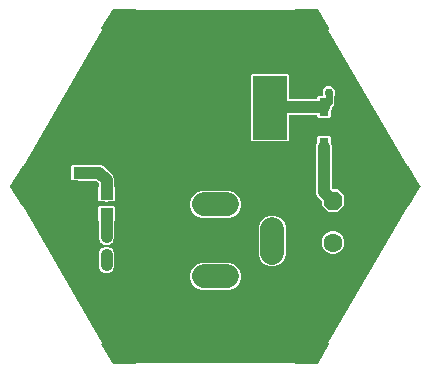
<source format=gbr>
G04 EAGLE Gerber RS-274X export*
G75*
%MOMM*%
%FSLAX34Y34*%
%LPD*%
%INTop Copper*%
%IPPOS*%
%AMOC8*
5,1,8,0,0,1.08239X$1,22.5*%
G01*
%ADD10C,1.000000*%
%ADD11P,1.732040X8X112.500000*%
%ADD12C,1.600200*%
%ADD13R,0.800000X1.600000*%
%ADD14R,2.900000X5.400000*%
%ADD15R,0.800000X0.800000*%
%ADD16R,1.100000X1.000000*%
%ADD17C,2.000000*%
%ADD18C,1.016000*%
%ADD19C,0.304800*%
%ADD20C,0.756400*%
%ADD21C,0.609600*%

G36*
X278630Y195708D02*
X278630Y195708D01*
X278658Y195706D01*
X278726Y195728D01*
X278797Y195742D01*
X278820Y195758D01*
X278847Y195767D01*
X278902Y195814D01*
X278961Y195855D01*
X278976Y195879D01*
X278998Y195897D01*
X279029Y195962D01*
X279068Y196022D01*
X279073Y196050D01*
X279085Y196076D01*
X279094Y196177D01*
X279101Y196219D01*
X279099Y196229D01*
X279100Y196242D01*
X279043Y196957D01*
X413361Y196957D01*
X413304Y196242D01*
X413308Y196213D01*
X413303Y196185D01*
X413320Y196116D01*
X413328Y196044D01*
X413343Y196020D01*
X413349Y195992D01*
X413392Y195934D01*
X413428Y195872D01*
X413450Y195855D01*
X413467Y195832D01*
X413529Y195795D01*
X413586Y195752D01*
X413614Y195745D01*
X413638Y195730D01*
X413738Y195714D01*
X413779Y195703D01*
X413789Y195705D01*
X413802Y195703D01*
X432802Y195703D01*
X432878Y195718D01*
X432956Y195727D01*
X432975Y195738D01*
X432997Y195742D01*
X433061Y195786D01*
X433129Y195825D01*
X433145Y195844D01*
X433161Y195855D01*
X433185Y195893D01*
X433235Y195953D01*
X442735Y212453D01*
X442744Y212480D01*
X442760Y212504D01*
X442775Y212574D01*
X442798Y212642D01*
X442795Y212670D01*
X442801Y212698D01*
X442788Y212769D01*
X442782Y212840D01*
X442769Y212865D01*
X442763Y212893D01*
X442723Y212953D01*
X442690Y213016D01*
X442668Y213034D01*
X442652Y213058D01*
X442569Y213116D01*
X442537Y213143D01*
X442526Y213146D01*
X442516Y213153D01*
X441888Y213450D01*
X509010Y329711D01*
X509618Y329291D01*
X509645Y329280D01*
X509667Y329261D01*
X509736Y329241D01*
X509801Y329213D01*
X509830Y329213D01*
X509858Y329205D01*
X509929Y329213D01*
X510000Y329213D01*
X510027Y329224D01*
X510056Y329227D01*
X510118Y329262D01*
X510183Y329290D01*
X510204Y329310D01*
X510229Y329325D01*
X510292Y329402D01*
X510322Y329432D01*
X510326Y329442D01*
X510335Y329453D01*
X519835Y345953D01*
X519845Y345985D01*
X519854Y345998D01*
X519858Y346022D01*
X519859Y346026D01*
X519890Y346096D01*
X519890Y346120D01*
X519898Y346142D01*
X519892Y346218D01*
X519893Y346295D01*
X519883Y346319D01*
X519882Y346340D01*
X519861Y346379D01*
X519835Y346451D01*
X510335Y362951D01*
X510316Y362973D01*
X510303Y362999D01*
X510250Y363047D01*
X510203Y363100D01*
X510177Y363113D01*
X510156Y363132D01*
X510088Y363155D01*
X510024Y363186D01*
X509995Y363188D01*
X509968Y363197D01*
X509896Y363192D01*
X509825Y363195D01*
X509798Y363185D01*
X509769Y363183D01*
X509679Y363141D01*
X509639Y363126D01*
X509631Y363119D01*
X509618Y363113D01*
X509010Y362693D01*
X441888Y478954D01*
X442516Y479251D01*
X442538Y479268D01*
X442565Y479278D01*
X442617Y479327D01*
X442675Y479370D01*
X442689Y479395D01*
X442710Y479414D01*
X442739Y479480D01*
X442775Y479542D01*
X442778Y479570D01*
X442790Y479596D01*
X442791Y479668D01*
X442800Y479739D01*
X442792Y479766D01*
X442793Y479795D01*
X442757Y479890D01*
X442746Y479930D01*
X442739Y479939D01*
X442735Y479951D01*
X433235Y496451D01*
X433183Y496510D01*
X433137Y496572D01*
X433118Y496583D01*
X433103Y496600D01*
X433033Y496634D01*
X432966Y496674D01*
X432942Y496678D01*
X432924Y496686D01*
X432879Y496688D01*
X432802Y496701D01*
X413802Y496701D01*
X413774Y496696D01*
X413746Y496698D01*
X413678Y496676D01*
X413607Y496662D01*
X413584Y496646D01*
X413557Y496637D01*
X413502Y496590D01*
X413443Y496549D01*
X413428Y496525D01*
X413407Y496507D01*
X413375Y496442D01*
X413336Y496382D01*
X413331Y496354D01*
X413319Y496328D01*
X413310Y496227D01*
X413303Y496185D01*
X413305Y496175D01*
X413304Y496162D01*
X413361Y495447D01*
X279043Y495447D01*
X279100Y496162D01*
X279096Y496191D01*
X279101Y496219D01*
X279084Y496288D01*
X279076Y496360D01*
X279062Y496384D01*
X279055Y496412D01*
X279012Y496470D01*
X278977Y496532D01*
X278954Y496549D01*
X278937Y496572D01*
X278875Y496609D01*
X278818Y496652D01*
X278790Y496659D01*
X278766Y496674D01*
X278666Y496690D01*
X278625Y496701D01*
X278615Y496699D01*
X278602Y496701D01*
X259602Y496701D01*
X259526Y496686D01*
X259448Y496677D01*
X259429Y496666D01*
X259407Y496662D01*
X259343Y496618D01*
X259275Y496579D01*
X259259Y496560D01*
X259243Y496549D01*
X259219Y496511D01*
X259169Y496451D01*
X249669Y479951D01*
X249660Y479924D01*
X249644Y479900D01*
X249629Y479830D01*
X249606Y479762D01*
X249609Y479734D01*
X249603Y479706D01*
X249617Y479636D01*
X249622Y479564D01*
X249635Y479539D01*
X249641Y479511D01*
X249681Y479451D01*
X249714Y479388D01*
X249736Y479370D01*
X249752Y479346D01*
X249835Y479288D01*
X249867Y479261D01*
X249878Y479258D01*
X249889Y479251D01*
X250516Y478954D01*
X183394Y362693D01*
X182786Y363113D01*
X182759Y363124D01*
X182737Y363143D01*
X182668Y363163D01*
X182603Y363191D01*
X182574Y363191D01*
X182546Y363199D01*
X182475Y363191D01*
X182404Y363192D01*
X182377Y363180D01*
X182348Y363177D01*
X182286Y363142D01*
X182221Y363114D01*
X182200Y363094D01*
X182175Y363079D01*
X182112Y363002D01*
X182082Y362972D01*
X182078Y362962D01*
X182069Y362951D01*
X172569Y346451D01*
X172545Y346378D01*
X172514Y346308D01*
X172514Y346284D01*
X172506Y346262D01*
X172513Y346186D01*
X172512Y346109D01*
X172521Y346085D01*
X172522Y346064D01*
X172543Y346025D01*
X172562Y345973D01*
X172563Y345967D01*
X172565Y345965D01*
X172569Y345953D01*
X182069Y329453D01*
X182088Y329431D01*
X182101Y329405D01*
X182154Y329357D01*
X182201Y329304D01*
X182227Y329291D01*
X182249Y329272D01*
X182316Y329249D01*
X182380Y329218D01*
X182409Y329217D01*
X182436Y329207D01*
X182508Y329212D01*
X182579Y329209D01*
X182606Y329219D01*
X182635Y329221D01*
X182725Y329263D01*
X182765Y329278D01*
X182773Y329285D01*
X182786Y329291D01*
X183394Y329711D01*
X250516Y213450D01*
X249889Y213153D01*
X249866Y213136D01*
X249839Y213126D01*
X249787Y213077D01*
X249729Y213034D01*
X249715Y213009D01*
X249694Y212990D01*
X249665Y212924D01*
X249629Y212862D01*
X249626Y212834D01*
X249614Y212808D01*
X249613Y212736D01*
X249604Y212665D01*
X249612Y212638D01*
X249612Y212609D01*
X249647Y212514D01*
X249658Y212474D01*
X249665Y212465D01*
X249669Y212453D01*
X259169Y195953D01*
X259221Y195895D01*
X259267Y195832D01*
X259286Y195821D01*
X259301Y195804D01*
X259371Y195770D01*
X259438Y195730D01*
X259463Y195726D01*
X259480Y195718D01*
X259525Y195716D01*
X259602Y195703D01*
X278602Y195703D01*
X278630Y195708D01*
G37*
%LPC*%
G36*
X377538Y384225D02*
X377538Y384225D01*
X376645Y385118D01*
X376645Y440382D01*
X377538Y441275D01*
X407802Y441275D01*
X408695Y440382D01*
X408695Y419857D01*
X408705Y419845D01*
X408706Y419846D01*
X408707Y419845D01*
X432613Y419845D01*
X432625Y419855D01*
X432624Y419856D01*
X432625Y419857D01*
X432625Y421872D01*
X433518Y422765D01*
X437366Y422765D01*
X437369Y422768D01*
X437373Y422767D01*
X437373Y422771D01*
X437377Y422775D01*
X437374Y422779D01*
X437374Y422785D01*
X436869Y423290D01*
X436869Y427686D01*
X439978Y430795D01*
X444374Y430795D01*
X447483Y427686D01*
X447483Y423290D01*
X446752Y422559D01*
X446752Y422555D01*
X446749Y422553D01*
X446750Y422552D01*
X446749Y422551D01*
X446749Y415372D01*
X444758Y413381D01*
X444758Y413376D01*
X444755Y413373D01*
X444755Y411926D01*
X443749Y409499D01*
X443678Y409428D01*
X443678Y409424D01*
X443676Y409422D01*
X443677Y409421D01*
X443675Y409419D01*
X443675Y404608D01*
X442782Y403715D01*
X433518Y403715D01*
X432625Y404608D01*
X432625Y406623D01*
X432615Y406635D01*
X432614Y406634D01*
X432613Y406635D01*
X408707Y406635D01*
X408695Y406625D01*
X408696Y406624D01*
X408695Y406623D01*
X408695Y385118D01*
X407802Y384225D01*
X377538Y384225D01*
G37*
%LPD*%
%LPC*%
G36*
X441824Y324484D02*
X441824Y324484D01*
X436244Y330064D01*
X436244Y334190D01*
X436241Y334195D01*
X436241Y334199D01*
X432551Y337889D01*
X431545Y340316D01*
X431545Y380554D01*
X432551Y382981D01*
X432622Y383052D01*
X432622Y383058D01*
X432625Y383061D01*
X432625Y387872D01*
X433518Y388765D01*
X442782Y388765D01*
X443675Y387872D01*
X443675Y383061D01*
X443678Y383056D01*
X443678Y383052D01*
X443749Y382981D01*
X444755Y380554D01*
X444755Y344371D01*
X444758Y344366D01*
X444758Y344362D01*
X445581Y343539D01*
X445587Y343539D01*
X445588Y343537D01*
X445590Y343536D01*
X449716Y343536D01*
X455296Y337956D01*
X455296Y330064D01*
X449716Y324484D01*
X441824Y324484D01*
G37*
%LPD*%
%LPC*%
G36*
X333935Y319424D02*
X333935Y319424D01*
X329699Y321178D01*
X326457Y324420D01*
X324703Y328656D01*
X324703Y333241D01*
X326457Y337477D01*
X329699Y340719D01*
X333935Y342473D01*
X358520Y342473D01*
X362756Y340719D01*
X365998Y337477D01*
X367752Y333241D01*
X367752Y328656D01*
X365998Y324420D01*
X362756Y321178D01*
X358520Y319424D01*
X333935Y319424D01*
G37*
%LPD*%
%LPC*%
G36*
X391935Y278424D02*
X391935Y278424D01*
X387699Y280178D01*
X384457Y283420D01*
X382703Y287656D01*
X382703Y312241D01*
X384457Y316477D01*
X387699Y319719D01*
X391935Y321473D01*
X396520Y321473D01*
X400756Y319719D01*
X403998Y316477D01*
X405752Y312241D01*
X405752Y287656D01*
X403998Y283420D01*
X400756Y280178D01*
X396520Y278424D01*
X391935Y278424D01*
G37*
%LPD*%
%LPC*%
G36*
X333935Y258424D02*
X333935Y258424D01*
X329699Y260178D01*
X326457Y263420D01*
X324703Y267656D01*
X324703Y272241D01*
X326457Y276477D01*
X329699Y279719D01*
X333935Y281473D01*
X358520Y281473D01*
X362756Y279719D01*
X365998Y276477D01*
X367752Y272241D01*
X367752Y267656D01*
X365998Y263420D01*
X362756Y260178D01*
X358520Y258424D01*
X333935Y258424D01*
G37*
%LPD*%
%LPC*%
G36*
X252686Y333365D02*
X252686Y333365D01*
X252495Y333444D01*
X252492Y333443D01*
X252491Y333445D01*
X247868Y333445D01*
X246975Y334338D01*
X246975Y345602D01*
X247392Y346018D01*
X247392Y346024D01*
X247395Y346026D01*
X247395Y348783D01*
X247392Y348787D01*
X247392Y348791D01*
X245041Y351142D01*
X245035Y351142D01*
X245033Y351145D01*
X229826Y351145D01*
X229635Y351224D01*
X229633Y351223D01*
X229631Y351225D01*
X225008Y351225D01*
X224115Y352118D01*
X224115Y363382D01*
X225008Y364275D01*
X229631Y364275D01*
X229633Y364277D01*
X229635Y364276D01*
X229826Y364355D01*
X246296Y364355D01*
X246298Y364356D01*
X246300Y364356D01*
X246301Y364356D01*
X246412Y364402D01*
X249040Y364402D01*
X251467Y363396D01*
X259599Y355265D01*
X260605Y352837D01*
X260605Y346026D01*
X260608Y346022D01*
X260608Y346018D01*
X261025Y345602D01*
X261025Y334338D01*
X260132Y333445D01*
X255509Y333445D01*
X255507Y333443D01*
X255505Y333444D01*
X255314Y333365D01*
X252686Y333365D01*
G37*
%LPD*%
%LPC*%
G36*
X252686Y296805D02*
X252686Y296805D01*
X250259Y297811D01*
X250188Y297882D01*
X250182Y297882D01*
X250179Y297885D01*
X249368Y297885D01*
X248475Y298778D01*
X248475Y299589D01*
X248472Y299594D01*
X248472Y299598D01*
X248401Y299669D01*
X247395Y302096D01*
X247395Y316914D01*
X247392Y316918D01*
X247392Y316922D01*
X246975Y317338D01*
X246975Y328602D01*
X247868Y329495D01*
X252491Y329495D01*
X252493Y329497D01*
X252495Y329496D01*
X252686Y329575D01*
X255314Y329575D01*
X255505Y329496D01*
X255508Y329497D01*
X255509Y329495D01*
X260132Y329495D01*
X261025Y328602D01*
X261025Y317338D01*
X260608Y316922D01*
X260608Y316918D01*
X260608Y316916D01*
X260605Y316914D01*
X260605Y302096D01*
X259599Y299669D01*
X259528Y299598D01*
X259528Y299592D01*
X259525Y299589D01*
X259525Y298778D01*
X258632Y297885D01*
X257821Y297885D01*
X257816Y297882D01*
X257812Y297882D01*
X257741Y297811D01*
X255314Y296805D01*
X252686Y296805D01*
G37*
%LPD*%
%LPC*%
G36*
X443875Y288924D02*
X443875Y288924D01*
X440374Y290374D01*
X437694Y293054D01*
X436244Y296555D01*
X436244Y300345D01*
X437694Y303846D01*
X440374Y306526D01*
X443875Y307976D01*
X447665Y307976D01*
X451166Y306526D01*
X453846Y303846D01*
X455296Y300345D01*
X455296Y296555D01*
X453846Y293054D01*
X451166Y290374D01*
X447665Y288924D01*
X443875Y288924D01*
G37*
%LPD*%
%LPC*%
G36*
X252762Y272668D02*
X252762Y272668D01*
X250335Y273674D01*
X248401Y275608D01*
X247395Y278035D01*
X247395Y289724D01*
X248401Y292151D01*
X248472Y292222D01*
X248472Y292226D01*
X248474Y292228D01*
X248474Y292229D01*
X248475Y292231D01*
X248475Y293042D01*
X249368Y293935D01*
X250179Y293935D01*
X250184Y293938D01*
X250188Y293938D01*
X250259Y294009D01*
X252686Y295015D01*
X255314Y295015D01*
X257741Y294009D01*
X257812Y293938D01*
X257818Y293938D01*
X257819Y293937D01*
X257821Y293935D01*
X258632Y293935D01*
X259525Y293042D01*
X259525Y292231D01*
X259528Y292226D01*
X259528Y292222D01*
X259599Y292151D01*
X260605Y289724D01*
X260605Y280773D01*
X260606Y280771D01*
X260607Y280771D01*
X260606Y280769D01*
X260681Y280587D01*
X260681Y277959D01*
X259675Y275532D01*
X257817Y273674D01*
X255390Y272668D01*
X252762Y272668D01*
G37*
%LPD*%
D10*
X428802Y489302D03*
X511402Y346202D03*
X428802Y203102D03*
X263602Y203102D03*
X181002Y346202D03*
X263602Y489302D03*
D11*
X445770Y334010D03*
D12*
X445770Y298450D03*
D13*
X438150Y379240D03*
X438150Y413240D03*
D14*
X392670Y412750D03*
X295670Y412750D03*
D15*
X254000Y303410D03*
X254000Y288410D03*
D16*
X254000Y322970D03*
X254000Y339970D03*
X231140Y357750D03*
X231140Y340750D03*
D17*
X336227Y330949D02*
X356227Y330949D01*
X356227Y269949D02*
X336227Y269949D01*
X394227Y289949D02*
X394227Y309949D01*
D18*
X438150Y341630D02*
X445770Y334010D01*
X438150Y341630D02*
X438150Y379240D01*
D19*
X438150Y364439D01*
X437985Y364274D01*
D20*
X437985Y364274D03*
D18*
X254000Y288410D02*
X254000Y279349D01*
X254076Y279273D01*
D20*
X254076Y279273D03*
D19*
X231140Y340750D02*
X225688Y346202D01*
X181002Y346202D01*
D20*
X444779Y396481D03*
D19*
X263487Y412750D02*
X263309Y412928D01*
D18*
X263487Y412750D02*
X295670Y412750D01*
D20*
X437045Y396202D03*
X247612Y402615D03*
D18*
X393160Y413240D02*
X438150Y413240D01*
D19*
X393160Y413240D02*
X392670Y412750D01*
D20*
X442176Y425488D03*
D21*
X442176Y417266D01*
X438150Y413240D01*
D18*
X254000Y322970D02*
X254000Y303410D01*
X254000Y339970D02*
X254000Y351523D01*
X247726Y357797D01*
D19*
X247679Y357750D01*
D18*
X231140Y357750D01*
M02*

</source>
